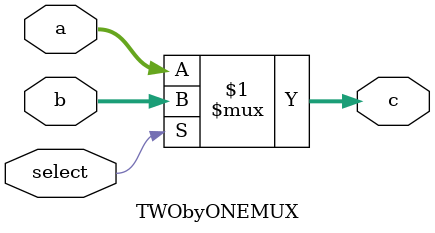
<source format=v>
module TWObyONEMUX #(parameter WIDTH=32)
(
    input [WIDTH - 1:0]  a,
    input [WIDTH - 1:0]  b,
    input                select,
    output [WIDTH - 1:0] c
);

assign c = select? b : a;

endmodule
</source>
